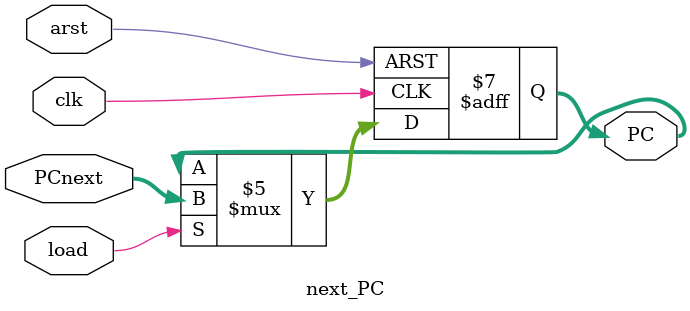
<source format=v>
module next_PC(
input clk,arst,load,
input [31:0] PCnext,
output reg [31:0]PC
);

always@(posedge clk,negedge arst) begin
      if(arst==0) PC<=0;
      else if(load==0) PC<=PC;
      else PC<=PCnext;
    end

endmodule
</source>
